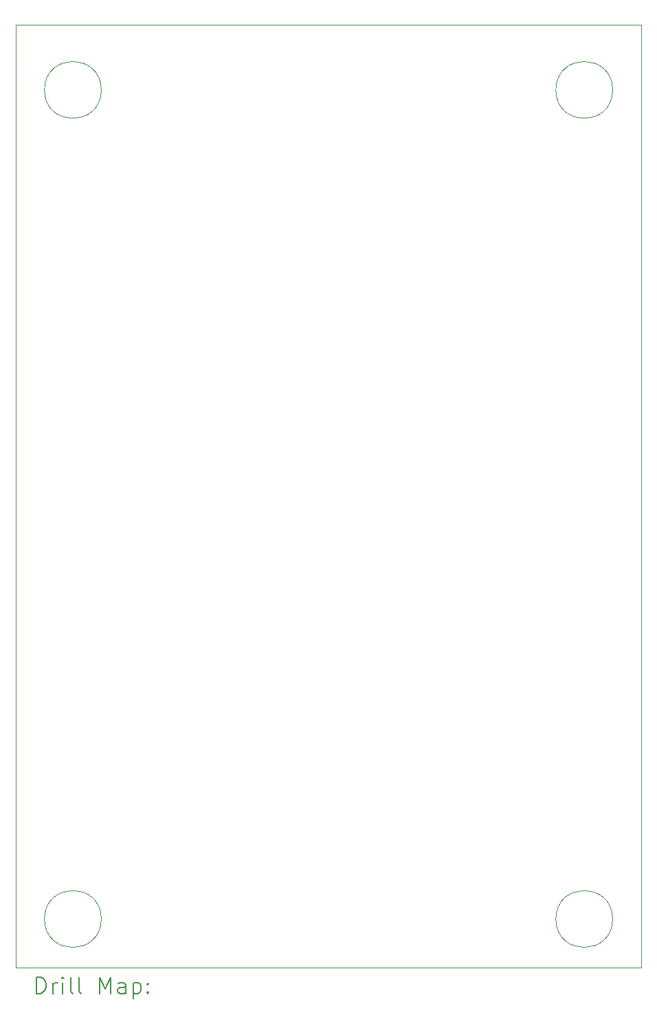
<source format=gbr>
%TF.GenerationSoftware,KiCad,Pcbnew,(6.0.9)*%
%TF.CreationDate,2023-02-25T10:51:09-08:00*%
%TF.ProjectId,FlightBread,466c6967-6874-4427-9265-61642e6b6963,rev?*%
%TF.SameCoordinates,Original*%
%TF.FileFunction,Drillmap*%
%TF.FilePolarity,Positive*%
%FSLAX45Y45*%
G04 Gerber Fmt 4.5, Leading zero omitted, Abs format (unit mm)*
G04 Created by KiCad (PCBNEW (6.0.9)) date 2023-02-25 10:51:09*
%MOMM*%
%LPD*%
G01*
G04 APERTURE LIST*
%ADD10C,0.100000*%
%ADD11C,0.200000*%
G04 APERTURE END LIST*
D10*
X12150000Y-6800000D02*
G75*
G03*
X12150000Y-6800000I-350000J0D01*
G01*
X4800000Y-17600000D02*
X12500000Y-17600000D01*
X12500000Y-17600000D02*
X12500000Y-6000000D01*
X12500000Y-6000000D02*
X4800000Y-6000000D01*
X4800000Y-6000000D02*
X4800000Y-17600000D01*
X12150000Y-17000000D02*
G75*
G03*
X12150000Y-17000000I-350000J0D01*
G01*
X5850000Y-17000000D02*
G75*
G03*
X5850000Y-17000000I-350000J0D01*
G01*
X5850000Y-6800000D02*
G75*
G03*
X5850000Y-6800000I-350000J0D01*
G01*
D11*
X5052619Y-17915476D02*
X5052619Y-17715476D01*
X5100238Y-17715476D01*
X5128810Y-17725000D01*
X5147857Y-17744048D01*
X5157381Y-17763095D01*
X5166905Y-17801190D01*
X5166905Y-17829762D01*
X5157381Y-17867857D01*
X5147857Y-17886905D01*
X5128810Y-17905952D01*
X5100238Y-17915476D01*
X5052619Y-17915476D01*
X5252619Y-17915476D02*
X5252619Y-17782143D01*
X5252619Y-17820238D02*
X5262143Y-17801190D01*
X5271667Y-17791667D01*
X5290714Y-17782143D01*
X5309762Y-17782143D01*
X5376429Y-17915476D02*
X5376429Y-17782143D01*
X5376429Y-17715476D02*
X5366905Y-17725000D01*
X5376429Y-17734524D01*
X5385952Y-17725000D01*
X5376429Y-17715476D01*
X5376429Y-17734524D01*
X5500238Y-17915476D02*
X5481190Y-17905952D01*
X5471667Y-17886905D01*
X5471667Y-17715476D01*
X5605000Y-17915476D02*
X5585952Y-17905952D01*
X5576429Y-17886905D01*
X5576429Y-17715476D01*
X5833571Y-17915476D02*
X5833571Y-17715476D01*
X5900238Y-17858333D01*
X5966905Y-17715476D01*
X5966905Y-17915476D01*
X6147857Y-17915476D02*
X6147857Y-17810714D01*
X6138333Y-17791667D01*
X6119286Y-17782143D01*
X6081190Y-17782143D01*
X6062143Y-17791667D01*
X6147857Y-17905952D02*
X6128809Y-17915476D01*
X6081190Y-17915476D01*
X6062143Y-17905952D01*
X6052619Y-17886905D01*
X6052619Y-17867857D01*
X6062143Y-17848810D01*
X6081190Y-17839286D01*
X6128809Y-17839286D01*
X6147857Y-17829762D01*
X6243095Y-17782143D02*
X6243095Y-17982143D01*
X6243095Y-17791667D02*
X6262143Y-17782143D01*
X6300238Y-17782143D01*
X6319286Y-17791667D01*
X6328809Y-17801190D01*
X6338333Y-17820238D01*
X6338333Y-17877381D01*
X6328809Y-17896429D01*
X6319286Y-17905952D01*
X6300238Y-17915476D01*
X6262143Y-17915476D01*
X6243095Y-17905952D01*
X6424048Y-17896429D02*
X6433571Y-17905952D01*
X6424048Y-17915476D01*
X6414524Y-17905952D01*
X6424048Y-17896429D01*
X6424048Y-17915476D01*
X6424048Y-17791667D02*
X6433571Y-17801190D01*
X6424048Y-17810714D01*
X6414524Y-17801190D01*
X6424048Y-17791667D01*
X6424048Y-17810714D01*
M02*

</source>
